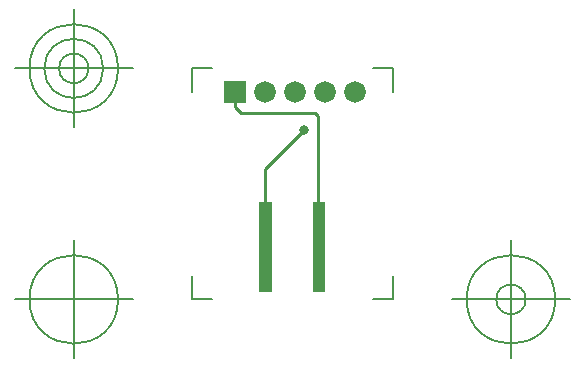
<source format=gbr>
G04 Generated by Ultiboard 11.0 *
%FSLAX25Y25*%
%MOIN*%

%ADD10C,0.01000*%
%ADD11C,0.00005*%
%ADD12C,0.00500*%
%ADD13C,0.00005*%
%ADD14C,0.03200*%
%ADD15C,0.07200*%
%ADD16R,0.07200X0.07200*%


G04 ColorRGB 0000FF for the following layer *
%LNCopper Bottom*%
%LPD*%
%FSLAX25Y25*%
%MOIN*%
G54D10*
X-4500Y61000D02*
X20000Y61000D01*
X-6500Y68000D02*
X-6500Y63000D01*
X-6500Y63000D02*
X-4500Y61000D01*
X21000Y60000D02*
X21000Y29000D01*
X3500Y42500D02*
X3500Y29000D01*
X21000Y29000D02*
X20500Y28500D01*
X16500Y55500D02*
X3500Y42500D01*
X20000Y61000D02*
X21000Y60000D01*
G54D11*
G36*
X19298Y1500D02*
X19298Y31500D01*
X23503Y31500D01*
X23503Y1500D01*
X19298Y1500D01*
G37*
G36*
X19300Y1498D02*
X19300Y31503D01*
X23500Y31503D01*
X23500Y1498D01*
X19300Y1498D01*
G37*
G36*
X1498Y1500D02*
X1498Y31500D01*
X5703Y31500D01*
X5703Y1500D01*
X1498Y1500D01*
G37*
G36*
X1500Y1498D02*
X1500Y31503D01*
X5700Y31503D01*
X5700Y1498D01*
X1500Y1498D01*
G37*
G54D12*
X-21000Y-1000D02*
X-21000Y6700D01*
X-21000Y-1000D02*
X-14300Y-1000D01*
X46000Y-1000D02*
X39300Y-1000D01*
X46000Y-1000D02*
X46000Y6700D01*
X46000Y76000D02*
X46000Y68300D01*
X46000Y76000D02*
X39300Y76000D01*
X-21000Y76000D02*
X-14300Y76000D01*
X-21000Y76000D02*
X-21000Y68300D01*
X-40685Y-1000D02*
X-80055Y-1000D01*
X-60370Y-20685D02*
X-60370Y18685D01*
X-75134Y-1000D02*
G75*
D01*
G02X-75134Y-1000I14764J0*
G01*
X65685Y-1000D02*
X105055Y-1000D01*
X85370Y-20685D02*
X85370Y18685D01*
X70606Y-1000D02*
G75*
D01*
G02X70606Y-1000I14764J0*
G01*
X80449Y-1000D02*
G75*
D01*
G02X80449Y-1000I4921J0*
G01*
X-40685Y76000D02*
X-80055Y76000D01*
X-60370Y56315D02*
X-60370Y95685D01*
X-75134Y76000D02*
G75*
D01*
G02X-75134Y76000I14764J0*
G01*
X-70213Y76000D02*
G75*
D01*
G02X-70213Y76000I9843J0*
G01*
X-65291Y76000D02*
G75*
D01*
G02X-65291Y76000I4921J0*
G01*
G54D13*
X19300Y31500D03*
X23500Y31500D03*
X19300Y1500D03*
X23500Y1500D03*
X1500Y31500D03*
X5700Y31500D03*
X1500Y1500D03*
X5700Y1500D03*
G54D14*
X16500Y55500D03*
G54D15*
X3500Y68000D03*
X33500Y68000D03*
X13500Y68000D03*
X23500Y68000D03*
G54D16*
X-6500Y68000D03*

M00*

</source>
